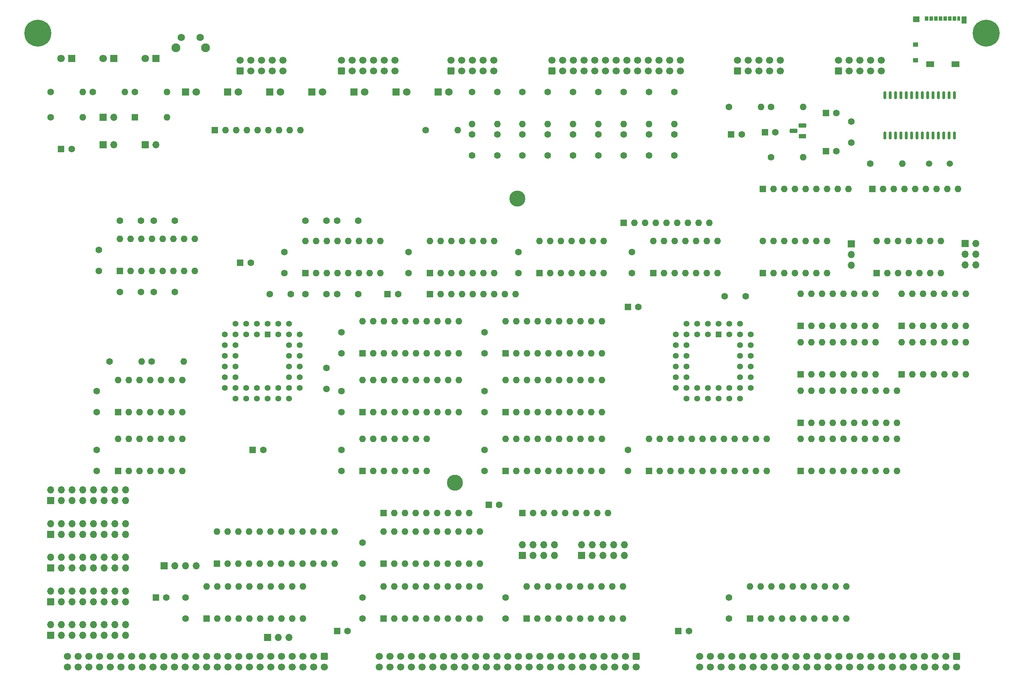
<source format=gbr>
%TF.GenerationSoftware,KiCad,Pcbnew,(6.0.11)*%
%TF.CreationDate,2023-09-02T05:53:18-04:00*%
%TF.ProjectId,input-output.Multi,696e7075-742d-46f7-9574-7075742e4d75,rev?*%
%TF.SameCoordinates,Original*%
%TF.FileFunction,Soldermask,Top*%
%TF.FilePolarity,Negative*%
%FSLAX46Y46*%
G04 Gerber Fmt 4.6, Leading zero omitted, Abs format (unit mm)*
G04 Created by KiCad (PCBNEW (6.0.11)) date 2023-09-02 05:53:18*
%MOMM*%
%LPD*%
G01*
G04 APERTURE LIST*
G04 Aperture macros list*
%AMRoundRect*
0 Rectangle with rounded corners*
0 $1 Rounding radius*
0 $2 $3 $4 $5 $6 $7 $8 $9 X,Y pos of 4 corners*
0 Add a 4 corners polygon primitive as box body*
4,1,4,$2,$3,$4,$5,$6,$7,$8,$9,$2,$3,0*
0 Add four circle primitives for the rounded corners*
1,1,$1+$1,$2,$3*
1,1,$1+$1,$4,$5*
1,1,$1+$1,$6,$7*
1,1,$1+$1,$8,$9*
0 Add four rect primitives between the rounded corners*
20,1,$1+$1,$2,$3,$4,$5,0*
20,1,$1+$1,$4,$5,$6,$7,0*
20,1,$1+$1,$6,$7,$8,$9,0*
20,1,$1+$1,$8,$9,$2,$3,0*%
G04 Aperture macros list end*
%ADD10R,1.600000X1.600000*%
%ADD11C,1.600000*%
%ADD12O,1.600000X1.600000*%
%ADD13R,1.800000X1.800000*%
%ADD14C,1.800000*%
%ADD15C,6.400000*%
%ADD16R,1.700000X1.700000*%
%ADD17O,1.700000X1.700000*%
%ADD18RoundRect,0.250000X0.600000X-0.600000X0.600000X0.600000X-0.600000X0.600000X-0.600000X-0.600000X0*%
%ADD19C,1.700000*%
%ADD20R,1.422400X1.422400*%
%ADD21C,1.422400*%
%ADD22RoundRect,0.150000X0.150000X-0.750000X0.150000X0.750000X-0.150000X0.750000X-0.150000X-0.750000X0*%
%ADD23R,1.800000X1.100000*%
%ADD24RoundRect,0.275000X0.625000X-0.275000X0.625000X0.275000X-0.625000X0.275000X-0.625000X-0.275000X0*%
%ADD25C,2.100000*%
%ADD26C,1.750000*%
%ADD27RoundRect,0.250000X-0.600000X0.600000X-0.600000X-0.600000X0.600000X-0.600000X0.600000X0.600000X0*%
%ADD28R,0.850000X1.100000*%
%ADD29R,0.750000X1.100000*%
%ADD30R,1.200000X1.000000*%
%ADD31R,1.170000X1.800000*%
%ADD32R,1.900000X1.350000*%
%ADD33R,1.550000X1.350000*%
%ADD34C,1.500000*%
%ADD35C,3.800000*%
G04 APERTURE END LIST*
D10*
%TO.C,C1*%
X45500000Y-102500000D03*
D11*
X48000000Y-102500000D03*
%TD*%
D10*
%TO.C,C21*%
X204500000Y-99000000D03*
D11*
X207000000Y-99000000D03*
%TD*%
D10*
%TO.C,C22*%
X212500000Y-98500000D03*
D11*
X215000000Y-98500000D03*
%TD*%
%TO.C,C23*%
X154000000Y-127000000D03*
X154000000Y-132000000D03*
%TD*%
%TO.C,C24*%
X233000000Y-96000000D03*
X233000000Y-101000000D03*
%TD*%
%TO.C,C25*%
X54000000Y-160000000D03*
X54000000Y-165000000D03*
%TD*%
%TO.C,C26*%
X128000000Y-127000000D03*
X128000000Y-132000000D03*
%TD*%
%TO.C,C27*%
X180000000Y-174000000D03*
X180000000Y-179000000D03*
%TD*%
%TO.C,C28*%
X112000000Y-160000000D03*
X112000000Y-165000000D03*
%TD*%
%TO.C,C29*%
X112000000Y-146000000D03*
X112000000Y-151000000D03*
%TD*%
%TO.C,C30*%
X112000000Y-174000000D03*
X112000000Y-179000000D03*
%TD*%
%TO.C,C32*%
X204000000Y-209000000D03*
X204000000Y-214000000D03*
%TD*%
%TO.C,C33*%
X151000000Y-209000000D03*
X151000000Y-214000000D03*
%TD*%
D10*
%TO.C,C34*%
X180000000Y-140000000D03*
D11*
X182500000Y-140000000D03*
%TD*%
D10*
%TO.C,C35*%
X68000000Y-209000000D03*
D11*
X70500000Y-209000000D03*
%TD*%
D10*
%TO.C,C45*%
X123000000Y-137000000D03*
D11*
X125500000Y-137000000D03*
%TD*%
%TO.C,C46*%
X117000000Y-209000000D03*
X117000000Y-214000000D03*
%TD*%
%TO.C,C47*%
X181000000Y-127000000D03*
X181000000Y-132000000D03*
%TD*%
%TO.C,C48*%
X54000000Y-174000000D03*
X54000000Y-179000000D03*
%TD*%
%TO.C,C49*%
X108500000Y-154500000D03*
X108500000Y-159500000D03*
%TD*%
%TO.C,C53*%
X95000000Y-137000000D03*
X100000000Y-137000000D03*
%TD*%
D10*
%TO.C,C54*%
X111000000Y-217000000D03*
D11*
X113500000Y-217000000D03*
%TD*%
D10*
%TO.C,C55*%
X91000000Y-174000000D03*
D11*
X93500000Y-174000000D03*
%TD*%
%TO.C,C56*%
X117000000Y-196000000D03*
X117000000Y-201000000D03*
%TD*%
%TO.C,C57*%
X146000000Y-146000000D03*
X146000000Y-151000000D03*
%TD*%
D10*
%TO.C,C65*%
X147000000Y-187000000D03*
D11*
X149500000Y-187000000D03*
%TD*%
D10*
%TO.C,C66*%
X88000000Y-129500000D03*
D11*
X90500000Y-129500000D03*
%TD*%
D10*
%TO.C,C72*%
X227000000Y-94000000D03*
D11*
X229500000Y-94000000D03*
%TD*%
D10*
%TO.C,C73*%
X227000000Y-103000000D03*
D11*
X229500000Y-103000000D03*
%TD*%
D10*
%TO.C,D1*%
X63000000Y-95000000D03*
D12*
X70620000Y-95000000D03*
%TD*%
D13*
%TO.C,D10*%
X135000000Y-89000000D03*
D14*
X137540000Y-89000000D03*
%TD*%
D15*
%TO.C,H2*%
X265000000Y-75000000D03*
%TD*%
D16*
%TO.C,J3*%
X65500000Y-101500000D03*
D17*
X68040000Y-101500000D03*
%TD*%
D18*
%TO.C,J6*%
X112000000Y-84000000D03*
D19*
X112000000Y-81460000D03*
X114540000Y-84000000D03*
X114540000Y-81460000D03*
X117080000Y-84000000D03*
X117080000Y-81460000D03*
X119620000Y-84000000D03*
X119620000Y-81460000D03*
X122160000Y-84000000D03*
X122160000Y-81460000D03*
X124700000Y-84000000D03*
X124700000Y-81460000D03*
%TD*%
D16*
%TO.C,J11*%
X260000000Y-124920000D03*
D17*
X262540000Y-124920000D03*
X260000000Y-127460000D03*
X262540000Y-127460000D03*
X260000000Y-130000000D03*
X262540000Y-130000000D03*
%TD*%
D16*
%TO.C,JP1*%
X55500000Y-95000000D03*
D17*
X58040000Y-95000000D03*
%TD*%
D18*
%TO.C,P4*%
X88000000Y-84000000D03*
D19*
X88000000Y-81460000D03*
X90540000Y-84000000D03*
X90540000Y-81460000D03*
X93080000Y-84000000D03*
X93080000Y-81460000D03*
X95620000Y-84000000D03*
X95620000Y-81460000D03*
X98160000Y-84000000D03*
X98160000Y-81460000D03*
%TD*%
D18*
%TO.C,P5*%
X138000000Y-84000000D03*
D19*
X138000000Y-81460000D03*
X140540000Y-84000000D03*
X140540000Y-81460000D03*
X143080000Y-84000000D03*
X143080000Y-81460000D03*
X145620000Y-84000000D03*
X145620000Y-81460000D03*
X148160000Y-84000000D03*
X148160000Y-81460000D03*
%TD*%
D11*
%TO.C,R2*%
X43000000Y-95000000D03*
D12*
X50620000Y-95000000D03*
%TD*%
D11*
%TO.C,R5*%
X53000000Y-89000000D03*
D12*
X60620000Y-89000000D03*
%TD*%
D11*
%TO.C,R8*%
X63000000Y-89000000D03*
D12*
X70620000Y-89000000D03*
%TD*%
D11*
%TO.C,R9*%
X57000000Y-153000000D03*
D12*
X64620000Y-153000000D03*
%TD*%
D11*
%TO.C,R12*%
X67000000Y-153000000D03*
D12*
X74620000Y-153000000D03*
%TD*%
D11*
%TO.C,R26*%
X191000000Y-89000000D03*
D12*
X191000000Y-96620000D03*
%TD*%
D11*
%TO.C,R31*%
X204000000Y-92500000D03*
D12*
X211620000Y-92500000D03*
%TD*%
D11*
%TO.C,R32*%
X214000000Y-92500000D03*
D12*
X221620000Y-92500000D03*
%TD*%
D11*
%TO.C,R33*%
X214000000Y-104500000D03*
D12*
X221620000Y-104500000D03*
%TD*%
D11*
%TO.C,R35*%
X132000000Y-98000000D03*
D12*
X139620000Y-98000000D03*
%TD*%
D11*
%TO.C,R36*%
X237500000Y-106000000D03*
D12*
X245120000Y-106000000D03*
%TD*%
D10*
%TO.C,RN1*%
X212000000Y-112000000D03*
D12*
X214540000Y-112000000D03*
X217080000Y-112000000D03*
X219620000Y-112000000D03*
X222160000Y-112000000D03*
X224700000Y-112000000D03*
X227240000Y-112000000D03*
X229780000Y-112000000D03*
X232320000Y-112000000D03*
%TD*%
D10*
%TO.C,RN2*%
X212000000Y-132000000D03*
D12*
X214540000Y-132000000D03*
X217080000Y-132000000D03*
X219620000Y-132000000D03*
X222160000Y-132000000D03*
X224700000Y-132000000D03*
X227240000Y-132000000D03*
X227240000Y-124380000D03*
X224700000Y-124380000D03*
X222160000Y-124380000D03*
X219620000Y-124380000D03*
X217080000Y-124380000D03*
X214540000Y-124380000D03*
X212000000Y-124380000D03*
%TD*%
D10*
%TO.C,RN3*%
X239000000Y-132000000D03*
D12*
X241540000Y-132000000D03*
X244080000Y-132000000D03*
X246620000Y-132000000D03*
X249160000Y-132000000D03*
X251700000Y-132000000D03*
X254240000Y-132000000D03*
X254240000Y-124380000D03*
X251700000Y-124380000D03*
X249160000Y-124380000D03*
X246620000Y-124380000D03*
X244080000Y-124380000D03*
X241540000Y-124380000D03*
X239000000Y-124380000D03*
%TD*%
D10*
%TO.C,RN4*%
X238000000Y-112000000D03*
D12*
X240540000Y-112000000D03*
X243080000Y-112000000D03*
X245620000Y-112000000D03*
X248160000Y-112000000D03*
X250700000Y-112000000D03*
X253240000Y-112000000D03*
X255780000Y-112000000D03*
X258320000Y-112000000D03*
%TD*%
D10*
%TO.C,RN8*%
X179000000Y-120000000D03*
D12*
X181540000Y-120000000D03*
X184080000Y-120000000D03*
X186620000Y-120000000D03*
X189160000Y-120000000D03*
X191700000Y-120000000D03*
X194240000Y-120000000D03*
X196780000Y-120000000D03*
X199320000Y-120000000D03*
%TD*%
D16*
%TO.C,SW2*%
X155000000Y-199000000D03*
D17*
X155000000Y-196460000D03*
X157540000Y-199000000D03*
X157540000Y-196460000D03*
X160080000Y-199000000D03*
X160080000Y-196460000D03*
X162620000Y-199000000D03*
X162620000Y-196460000D03*
%TD*%
D10*
%TO.C,U2*%
X122000000Y-201000000D03*
D12*
X124540000Y-201000000D03*
X127080000Y-201000000D03*
X129620000Y-201000000D03*
X132160000Y-201000000D03*
X134700000Y-201000000D03*
X137240000Y-201000000D03*
X139780000Y-201000000D03*
X142320000Y-201000000D03*
X144860000Y-201000000D03*
X144860000Y-193380000D03*
X142320000Y-193380000D03*
X139780000Y-193380000D03*
X137240000Y-193380000D03*
X134700000Y-193380000D03*
X132160000Y-193380000D03*
X129620000Y-193380000D03*
X127080000Y-193380000D03*
X124540000Y-193380000D03*
X122000000Y-193380000D03*
%TD*%
D10*
%TO.C,U3*%
X122000000Y-214000000D03*
D12*
X124540000Y-214000000D03*
X127080000Y-214000000D03*
X129620000Y-214000000D03*
X132160000Y-214000000D03*
X134700000Y-214000000D03*
X137240000Y-214000000D03*
X139780000Y-214000000D03*
X142320000Y-214000000D03*
X144860000Y-214000000D03*
X144860000Y-206380000D03*
X142320000Y-206380000D03*
X139780000Y-206380000D03*
X137240000Y-206380000D03*
X134700000Y-206380000D03*
X132160000Y-206380000D03*
X129620000Y-206380000D03*
X127080000Y-206380000D03*
X124540000Y-206380000D03*
X122000000Y-206380000D03*
%TD*%
D20*
%TO.C,U4*%
X94500000Y-146500000D03*
D21*
X91960000Y-143960000D03*
X91960000Y-146500000D03*
X89420000Y-143960000D03*
X89420000Y-146500000D03*
X86880000Y-143960000D03*
X84340000Y-146500000D03*
X86880000Y-146500000D03*
X84340000Y-149040000D03*
X86880000Y-149040000D03*
X84340000Y-151580000D03*
X86880000Y-151580000D03*
X84340000Y-154120000D03*
X86880000Y-154120000D03*
X84340000Y-156660000D03*
X86880000Y-156660000D03*
X84340000Y-159200000D03*
X86880000Y-161740000D03*
X86880000Y-159200000D03*
X89420000Y-161740000D03*
X89420000Y-159200000D03*
X91960000Y-161740000D03*
X91960000Y-159200000D03*
X94500000Y-161740000D03*
X94500000Y-159200000D03*
X97040000Y-161740000D03*
X97040000Y-159200000D03*
X99580000Y-161740000D03*
X102120000Y-159200000D03*
X99580000Y-159200000D03*
X102120000Y-156660000D03*
X99580000Y-156660000D03*
X102120000Y-154120000D03*
X99580000Y-154120000D03*
X102120000Y-151580000D03*
X99580000Y-151580000D03*
X102120000Y-149040000D03*
X99580000Y-149040000D03*
X102120000Y-146500000D03*
X99580000Y-143960000D03*
X99580000Y-146500000D03*
X97040000Y-143960000D03*
X97040000Y-146500000D03*
X94500000Y-143960000D03*
%TD*%
D10*
%TO.C,U5*%
X209000000Y-214000000D03*
D12*
X211540000Y-214000000D03*
X214080000Y-214000000D03*
X216620000Y-214000000D03*
X219160000Y-214000000D03*
X221700000Y-214000000D03*
X224240000Y-214000000D03*
X226780000Y-214000000D03*
X229320000Y-214000000D03*
X231860000Y-214000000D03*
X231860000Y-206380000D03*
X229320000Y-206380000D03*
X226780000Y-206380000D03*
X224240000Y-206380000D03*
X221700000Y-206380000D03*
X219160000Y-206380000D03*
X216620000Y-206380000D03*
X214080000Y-206380000D03*
X211540000Y-206380000D03*
X209000000Y-206380000D03*
%TD*%
D10*
%TO.C,U6*%
X117000000Y-179000000D03*
D12*
X119540000Y-179000000D03*
X122080000Y-179000000D03*
X124620000Y-179000000D03*
X127160000Y-179000000D03*
X129700000Y-179000000D03*
X132240000Y-179000000D03*
X132240000Y-171380000D03*
X129700000Y-171380000D03*
X127160000Y-171380000D03*
X124620000Y-171380000D03*
X122080000Y-171380000D03*
X119540000Y-171380000D03*
X117000000Y-171380000D03*
%TD*%
D10*
%TO.C,U7*%
X80000000Y-214000000D03*
D12*
X82540000Y-214000000D03*
X85080000Y-214000000D03*
X87620000Y-214000000D03*
X90160000Y-214000000D03*
X92700000Y-214000000D03*
X95240000Y-214000000D03*
X97780000Y-214000000D03*
X100320000Y-214000000D03*
X102860000Y-214000000D03*
X102860000Y-206380000D03*
X100320000Y-206380000D03*
X97780000Y-206380000D03*
X95240000Y-206380000D03*
X92700000Y-206380000D03*
X90160000Y-206380000D03*
X87620000Y-206380000D03*
X85080000Y-206380000D03*
X82540000Y-206380000D03*
X80000000Y-206380000D03*
%TD*%
D10*
%TO.C,U10*%
X59000000Y-179000000D03*
D12*
X61540000Y-179000000D03*
X64080000Y-179000000D03*
X66620000Y-179000000D03*
X69160000Y-179000000D03*
X71700000Y-179000000D03*
X74240000Y-179000000D03*
X74240000Y-171380000D03*
X71700000Y-171380000D03*
X69160000Y-171380000D03*
X66620000Y-171380000D03*
X64080000Y-171380000D03*
X61540000Y-171380000D03*
X59000000Y-171380000D03*
%TD*%
D10*
%TO.C,U16*%
X159000000Y-132000000D03*
D12*
X161540000Y-132000000D03*
X164080000Y-132000000D03*
X166620000Y-132000000D03*
X169160000Y-132000000D03*
X171700000Y-132000000D03*
X174240000Y-132000000D03*
X174240000Y-124380000D03*
X171700000Y-124380000D03*
X169160000Y-124380000D03*
X166620000Y-124380000D03*
X164080000Y-124380000D03*
X161540000Y-124380000D03*
X159000000Y-124380000D03*
%TD*%
D10*
%TO.C,U19*%
X133000000Y-132000000D03*
D12*
X135540000Y-132000000D03*
X138080000Y-132000000D03*
X140620000Y-132000000D03*
X143160000Y-132000000D03*
X145700000Y-132000000D03*
X148240000Y-132000000D03*
X148240000Y-124380000D03*
X145700000Y-124380000D03*
X143160000Y-124380000D03*
X140620000Y-124380000D03*
X138080000Y-124380000D03*
X135540000Y-124380000D03*
X133000000Y-124380000D03*
%TD*%
D10*
%TO.C,U21*%
X151000000Y-165000000D03*
D12*
X153540000Y-165000000D03*
X156080000Y-165000000D03*
X158620000Y-165000000D03*
X161160000Y-165000000D03*
X163700000Y-165000000D03*
X166240000Y-165000000D03*
X168780000Y-165000000D03*
X171320000Y-165000000D03*
X173860000Y-165000000D03*
X173860000Y-157380000D03*
X171320000Y-157380000D03*
X168780000Y-157380000D03*
X166240000Y-157380000D03*
X163700000Y-157380000D03*
X161160000Y-157380000D03*
X158620000Y-157380000D03*
X156080000Y-157380000D03*
X153540000Y-157380000D03*
X151000000Y-157380000D03*
%TD*%
D10*
%TO.C,U25*%
X186000000Y-132000000D03*
D12*
X188540000Y-132000000D03*
X191080000Y-132000000D03*
X193620000Y-132000000D03*
X196160000Y-132000000D03*
X198700000Y-132000000D03*
X201240000Y-132000000D03*
X201240000Y-124380000D03*
X198700000Y-124380000D03*
X196160000Y-124380000D03*
X193620000Y-124380000D03*
X191080000Y-124380000D03*
X188540000Y-124380000D03*
X186000000Y-124380000D03*
%TD*%
D20*
%TO.C,U26*%
X201500000Y-146500000D03*
D21*
X198960000Y-143960000D03*
X198960000Y-146500000D03*
X196420000Y-143960000D03*
X196420000Y-146500000D03*
X193880000Y-143960000D03*
X191340000Y-146500000D03*
X193880000Y-146500000D03*
X191340000Y-149040000D03*
X193880000Y-149040000D03*
X191340000Y-151580000D03*
X193880000Y-151580000D03*
X191340000Y-154120000D03*
X193880000Y-154120000D03*
X191340000Y-156660000D03*
X193880000Y-156660000D03*
X191340000Y-159200000D03*
X193880000Y-161740000D03*
X193880000Y-159200000D03*
X196420000Y-161740000D03*
X196420000Y-159200000D03*
X198960000Y-161740000D03*
X198960000Y-159200000D03*
X201500000Y-161740000D03*
X201500000Y-159200000D03*
X204040000Y-161740000D03*
X204040000Y-159200000D03*
X206580000Y-161740000D03*
X209120000Y-159200000D03*
X206580000Y-159200000D03*
X209120000Y-156660000D03*
X206580000Y-156660000D03*
X209120000Y-154120000D03*
X206580000Y-154120000D03*
X209120000Y-151580000D03*
X206580000Y-151580000D03*
X209120000Y-149040000D03*
X206580000Y-149040000D03*
X209120000Y-146500000D03*
X206580000Y-143960000D03*
X206580000Y-146500000D03*
X204040000Y-143960000D03*
X204040000Y-146500000D03*
X201500000Y-143960000D03*
%TD*%
D22*
%TO.C,U27*%
X240995000Y-99300000D03*
X242265000Y-99300000D03*
X243535000Y-99300000D03*
X244805000Y-99300000D03*
X246075000Y-99300000D03*
X247345000Y-99300000D03*
X248615000Y-99300000D03*
X249885000Y-99300000D03*
X251155000Y-99300000D03*
X252425000Y-99300000D03*
X253695000Y-99300000D03*
X254965000Y-99300000D03*
X256235000Y-99300000D03*
X257505000Y-99300000D03*
X257505000Y-89700000D03*
X256235000Y-89700000D03*
X254965000Y-89700000D03*
X253695000Y-89700000D03*
X252425000Y-89700000D03*
X251155000Y-89700000D03*
X249885000Y-89700000D03*
X248615000Y-89700000D03*
X247345000Y-89700000D03*
X246075000Y-89700000D03*
X244805000Y-89700000D03*
X243535000Y-89700000D03*
X242265000Y-89700000D03*
X240995000Y-89700000D03*
%TD*%
D23*
%TO.C,U32*%
X221400000Y-99500000D03*
D24*
X219330000Y-98230000D03*
X221400000Y-96960000D03*
%TD*%
D16*
%TO.C,J1*%
X43000000Y-194000000D03*
D17*
X43000000Y-191460000D03*
X45540000Y-194000000D03*
X45540000Y-191460000D03*
X48080000Y-194000000D03*
X48080000Y-191460000D03*
X50620000Y-194000000D03*
X50620000Y-191460000D03*
X53160000Y-194000000D03*
X53160000Y-191460000D03*
X55700000Y-194000000D03*
X55700000Y-191460000D03*
X58240000Y-194000000D03*
X58240000Y-191460000D03*
X60780000Y-194000000D03*
X60780000Y-191460000D03*
%TD*%
D16*
%TO.C,J5*%
X43000000Y-210000000D03*
D17*
X43000000Y-207460000D03*
X45540000Y-210000000D03*
X45540000Y-207460000D03*
X48080000Y-210000000D03*
X48080000Y-207460000D03*
X50620000Y-210000000D03*
X50620000Y-207460000D03*
X53160000Y-210000000D03*
X53160000Y-207460000D03*
X55700000Y-210000000D03*
X55700000Y-207460000D03*
X58240000Y-210000000D03*
X58240000Y-207460000D03*
X60780000Y-210000000D03*
X60780000Y-207460000D03*
%TD*%
D16*
%TO.C,J12*%
X43000000Y-218000000D03*
D17*
X43000000Y-215460000D03*
X45540000Y-218000000D03*
X45540000Y-215460000D03*
X48080000Y-218000000D03*
X48080000Y-215460000D03*
X50620000Y-218000000D03*
X50620000Y-215460000D03*
X53160000Y-218000000D03*
X53160000Y-215460000D03*
X55700000Y-218000000D03*
X55700000Y-215460000D03*
X58240000Y-218000000D03*
X58240000Y-215460000D03*
X60780000Y-218000000D03*
X60780000Y-215460000D03*
%TD*%
D10*
%TO.C,U1*%
X59000000Y-165000000D03*
D12*
X61540000Y-165000000D03*
X64080000Y-165000000D03*
X66620000Y-165000000D03*
X69160000Y-165000000D03*
X71700000Y-165000000D03*
X74240000Y-165000000D03*
X74240000Y-157380000D03*
X71700000Y-157380000D03*
X69160000Y-157380000D03*
X66620000Y-157380000D03*
X64080000Y-157380000D03*
X61540000Y-157380000D03*
X59000000Y-157380000D03*
%TD*%
D11*
%TO.C,R20*%
X167000000Y-89000000D03*
D12*
X167000000Y-96620000D03*
%TD*%
D11*
%TO.C,C18*%
X185000000Y-99000000D03*
X185000000Y-104000000D03*
%TD*%
D18*
%TO.C,J14*%
X206000000Y-84000000D03*
D19*
X206000000Y-81460000D03*
X208540000Y-84000000D03*
X208540000Y-81460000D03*
X211080000Y-84000000D03*
X211080000Y-81460000D03*
X213620000Y-84000000D03*
X213620000Y-81460000D03*
X216160000Y-84000000D03*
X216160000Y-81460000D03*
%TD*%
D18*
%TO.C,J15*%
X230000000Y-84000000D03*
D19*
X230000000Y-81460000D03*
X232540000Y-84000000D03*
X232540000Y-81460000D03*
X235080000Y-84000000D03*
X235080000Y-81460000D03*
X237620000Y-84000000D03*
X237620000Y-81460000D03*
X240160000Y-84000000D03*
X240160000Y-81460000D03*
%TD*%
D16*
%TO.C,J2*%
X43000000Y-202000000D03*
D17*
X43000000Y-199460000D03*
X45540000Y-202000000D03*
X45540000Y-199460000D03*
X48080000Y-202000000D03*
X48080000Y-199460000D03*
X50620000Y-202000000D03*
X50620000Y-199460000D03*
X53160000Y-202000000D03*
X53160000Y-199460000D03*
X55700000Y-202000000D03*
X55700000Y-199460000D03*
X58240000Y-202000000D03*
X58240000Y-199460000D03*
X60780000Y-202000000D03*
X60780000Y-199460000D03*
%TD*%
D11*
%TO.C,C12*%
X149000000Y-99000000D03*
X149000000Y-104000000D03*
%TD*%
%TO.C,C13*%
X155000000Y-99000000D03*
X155000000Y-104000000D03*
%TD*%
%TO.C,C14*%
X161000000Y-99000000D03*
X161000000Y-104000000D03*
%TD*%
%TO.C,C15*%
X167000000Y-99000000D03*
X167000000Y-104000000D03*
%TD*%
%TO.C,C16*%
X173000000Y-99000000D03*
X173000000Y-104000000D03*
%TD*%
%TO.C,C17*%
X179000000Y-99000000D03*
X179000000Y-104000000D03*
%TD*%
%TO.C,C19*%
X191000000Y-99000000D03*
X191000000Y-104000000D03*
%TD*%
%TO.C,C20*%
X143000000Y-99000000D03*
X143000000Y-104000000D03*
%TD*%
%TO.C,C9*%
X98500000Y-127000000D03*
X98500000Y-132000000D03*
%TD*%
D18*
%TO.C,P6*%
X162000000Y-84000000D03*
D19*
X162000000Y-81460000D03*
X164540000Y-84000000D03*
X164540000Y-81460000D03*
X167080000Y-84000000D03*
X167080000Y-81460000D03*
X169620000Y-84000000D03*
X169620000Y-81460000D03*
X172160000Y-84000000D03*
X172160000Y-81460000D03*
X174700000Y-84000000D03*
X174700000Y-81460000D03*
X177240000Y-84000000D03*
X177240000Y-81460000D03*
X179780000Y-84000000D03*
X179780000Y-81460000D03*
X182320000Y-84000000D03*
X182320000Y-81460000D03*
X184860000Y-84000000D03*
X184860000Y-81460000D03*
X187400000Y-84000000D03*
X187400000Y-81460000D03*
X189940000Y-84000000D03*
X189940000Y-81460000D03*
X192480000Y-84000000D03*
X192480000Y-81460000D03*
%TD*%
D11*
%TO.C,R17*%
X149000000Y-89000000D03*
D12*
X149000000Y-96620000D03*
%TD*%
D11*
%TO.C,R18*%
X155000000Y-89000000D03*
D12*
X155000000Y-96620000D03*
%TD*%
D11*
%TO.C,R19*%
X161000000Y-89000000D03*
D12*
X161000000Y-96620000D03*
%TD*%
D11*
%TO.C,R23*%
X173000000Y-89000000D03*
D12*
X173000000Y-96620000D03*
%TD*%
D11*
%TO.C,R24*%
X179000000Y-89000000D03*
D12*
X179000000Y-96620000D03*
%TD*%
D11*
%TO.C,R25*%
X185000000Y-89000000D03*
D12*
X185000000Y-96620000D03*
%TD*%
D11*
%TO.C,R28*%
X143000000Y-89000000D03*
D12*
X143000000Y-96620000D03*
%TD*%
D10*
%TO.C,RN7*%
X133000000Y-137000000D03*
D12*
X135540000Y-137000000D03*
X138080000Y-137000000D03*
X140620000Y-137000000D03*
X143160000Y-137000000D03*
X145700000Y-137000000D03*
X148240000Y-137000000D03*
X150780000Y-137000000D03*
X153320000Y-137000000D03*
%TD*%
D10*
%TO.C,U12*%
X156000000Y-214000000D03*
D12*
X158540000Y-214000000D03*
X161080000Y-214000000D03*
X163620000Y-214000000D03*
X166160000Y-214000000D03*
X168700000Y-214000000D03*
X171240000Y-214000000D03*
X173780000Y-214000000D03*
X176320000Y-214000000D03*
X178860000Y-214000000D03*
X178860000Y-206380000D03*
X176320000Y-206380000D03*
X173780000Y-206380000D03*
X171240000Y-206380000D03*
X168700000Y-206380000D03*
X166160000Y-206380000D03*
X163620000Y-206380000D03*
X161080000Y-206380000D03*
X158540000Y-206380000D03*
X156000000Y-206380000D03*
%TD*%
D10*
%TO.C,U18*%
X117000000Y-151000000D03*
D12*
X119540000Y-151000000D03*
X122080000Y-151000000D03*
X124620000Y-151000000D03*
X127160000Y-151000000D03*
X129700000Y-151000000D03*
X132240000Y-151000000D03*
X134780000Y-151000000D03*
X137320000Y-151000000D03*
X139860000Y-151000000D03*
X139860000Y-143380000D03*
X137320000Y-143380000D03*
X134780000Y-143380000D03*
X132240000Y-143380000D03*
X129700000Y-143380000D03*
X127160000Y-143380000D03*
X124620000Y-143380000D03*
X122080000Y-143380000D03*
X119540000Y-143380000D03*
X117000000Y-143380000D03*
%TD*%
D10*
%TO.C,U20*%
X151000000Y-151000000D03*
D12*
X153540000Y-151000000D03*
X156080000Y-151000000D03*
X158620000Y-151000000D03*
X161160000Y-151000000D03*
X163700000Y-151000000D03*
X166240000Y-151000000D03*
X168780000Y-151000000D03*
X171320000Y-151000000D03*
X173860000Y-151000000D03*
X173860000Y-143380000D03*
X171320000Y-143380000D03*
X168780000Y-143380000D03*
X166240000Y-143380000D03*
X163700000Y-143380000D03*
X161160000Y-143380000D03*
X158620000Y-143380000D03*
X156080000Y-143380000D03*
X153540000Y-143380000D03*
X151000000Y-143380000D03*
%TD*%
D10*
%TO.C,U22*%
X117000000Y-165000000D03*
D12*
X119540000Y-165000000D03*
X122080000Y-165000000D03*
X124620000Y-165000000D03*
X127160000Y-165000000D03*
X129700000Y-165000000D03*
X132240000Y-165000000D03*
X134780000Y-165000000D03*
X137320000Y-165000000D03*
X139860000Y-165000000D03*
X139860000Y-157380000D03*
X137320000Y-157380000D03*
X134780000Y-157380000D03*
X132240000Y-157380000D03*
X129700000Y-157380000D03*
X127160000Y-157380000D03*
X124620000Y-157380000D03*
X122080000Y-157380000D03*
X119540000Y-157380000D03*
X117000000Y-157380000D03*
%TD*%
D10*
%TO.C,U23*%
X151000000Y-179000000D03*
D12*
X153540000Y-179000000D03*
X156080000Y-179000000D03*
X158620000Y-179000000D03*
X161160000Y-179000000D03*
X163700000Y-179000000D03*
X166240000Y-179000000D03*
X168780000Y-179000000D03*
X171320000Y-179000000D03*
X173860000Y-179000000D03*
X173860000Y-171380000D03*
X171320000Y-171380000D03*
X168780000Y-171380000D03*
X166240000Y-171380000D03*
X163700000Y-171380000D03*
X161160000Y-171380000D03*
X158620000Y-171380000D03*
X156080000Y-171380000D03*
X153540000Y-171380000D03*
X151000000Y-171380000D03*
%TD*%
D16*
%TO.C,J10*%
X233000000Y-125000000D03*
D17*
X233000000Y-127540000D03*
X233000000Y-130080000D03*
%TD*%
D11*
%TO.C,C51*%
X146000000Y-174000000D03*
X146000000Y-179000000D03*
%TD*%
%TO.C,C31*%
X75000000Y-209000000D03*
X75000000Y-214000000D03*
%TD*%
D16*
%TO.C,J13*%
X43000000Y-186000000D03*
D17*
X43000000Y-183460000D03*
X45540000Y-186000000D03*
X45540000Y-183460000D03*
X48080000Y-186000000D03*
X48080000Y-183460000D03*
X50620000Y-186000000D03*
X50620000Y-183460000D03*
X53160000Y-186000000D03*
X53160000Y-183460000D03*
X55700000Y-186000000D03*
X55700000Y-183460000D03*
X58240000Y-186000000D03*
X58240000Y-183460000D03*
X60780000Y-186000000D03*
X60780000Y-183460000D03*
%TD*%
D11*
%TO.C,C52*%
X203000000Y-137500000D03*
X208000000Y-137500000D03*
%TD*%
%TO.C,C2*%
X59500000Y-136500000D03*
X64500000Y-136500000D03*
%TD*%
%TO.C,C3*%
X67500000Y-136500000D03*
X72500000Y-136500000D03*
%TD*%
%TO.C,C4*%
X103500000Y-137000000D03*
X108500000Y-137000000D03*
%TD*%
%TO.C,C5*%
X111000000Y-137000000D03*
X116000000Y-137000000D03*
%TD*%
%TO.C,C6*%
X59500000Y-119500000D03*
X64500000Y-119500000D03*
%TD*%
%TO.C,C8*%
X103500000Y-119500000D03*
X108500000Y-119500000D03*
%TD*%
%TO.C,C10*%
X67500000Y-119500000D03*
X72500000Y-119500000D03*
%TD*%
%TO.C,C11*%
X111000000Y-119500000D03*
X116000000Y-119500000D03*
%TD*%
%TO.C,C50*%
X146000000Y-160000000D03*
X146000000Y-165000000D03*
%TD*%
D10*
%TO.C,U8*%
X59500000Y-131500000D03*
D12*
X62040000Y-131500000D03*
X64580000Y-131500000D03*
X67120000Y-131500000D03*
X69660000Y-131500000D03*
X72200000Y-131500000D03*
X74740000Y-131500000D03*
X77280000Y-131500000D03*
X77280000Y-123880000D03*
X74740000Y-123880000D03*
X72200000Y-123880000D03*
X69660000Y-123880000D03*
X67120000Y-123880000D03*
X64580000Y-123880000D03*
X62040000Y-123880000D03*
X59500000Y-123880000D03*
%TD*%
D10*
%TO.C,U9*%
X103500000Y-132000000D03*
D12*
X106040000Y-132000000D03*
X108580000Y-132000000D03*
X111120000Y-132000000D03*
X113660000Y-132000000D03*
X116200000Y-132000000D03*
X118740000Y-132000000D03*
X121280000Y-132000000D03*
X121280000Y-124380000D03*
X118740000Y-124380000D03*
X116200000Y-124380000D03*
X113660000Y-124380000D03*
X111120000Y-124380000D03*
X108580000Y-124380000D03*
X106040000Y-124380000D03*
X103500000Y-124380000D03*
%TD*%
D13*
%TO.C,D2*%
X58000000Y-81000000D03*
D14*
X55460000Y-81000000D03*
%TD*%
D15*
%TO.C,H1*%
X40000000Y-75000000D03*
%TD*%
D11*
%TO.C,R37*%
X43000000Y-89000000D03*
D12*
X50620000Y-89000000D03*
%TD*%
D25*
%TO.C,SW1*%
X79760000Y-78490000D03*
X72750000Y-78490000D03*
D26*
X74000000Y-76000000D03*
X78500000Y-76000000D03*
%TD*%
D13*
%TO.C,D9*%
X68000000Y-81000000D03*
D14*
X65460000Y-81000000D03*
%TD*%
D13*
%TO.C,D11*%
X48000000Y-81000000D03*
D14*
X45460000Y-81000000D03*
%TD*%
D13*
%TO.C,D5*%
X75000000Y-89000000D03*
D14*
X77540000Y-89000000D03*
%TD*%
D13*
%TO.C,D4*%
X85000000Y-89000000D03*
D14*
X87540000Y-89000000D03*
%TD*%
D13*
%TO.C,D3*%
X95000000Y-89000000D03*
D14*
X97540000Y-89000000D03*
%TD*%
D13*
%TO.C,D6*%
X105000000Y-89000000D03*
D14*
X107540000Y-89000000D03*
%TD*%
D13*
%TO.C,D8*%
X125000000Y-89000000D03*
D14*
X127540000Y-89000000D03*
%TD*%
D13*
%TO.C,D7*%
X115000000Y-89000000D03*
D14*
X117540000Y-89000000D03*
%TD*%
D10*
%TO.C,C44*%
X192000000Y-217000000D03*
D11*
X194500000Y-217000000D03*
%TD*%
D27*
%TO.C,P2*%
X182000000Y-223000000D03*
D19*
X182000000Y-225540000D03*
X179460000Y-223000000D03*
X179460000Y-225540000D03*
X176920000Y-223000000D03*
X176920000Y-225540000D03*
X174380000Y-223000000D03*
X174380000Y-225540000D03*
X171840000Y-223000000D03*
X171840000Y-225540000D03*
X169300000Y-223000000D03*
X169300000Y-225540000D03*
X166760000Y-223000000D03*
X166760000Y-225540000D03*
X164220000Y-223000000D03*
X164220000Y-225540000D03*
X161680000Y-223000000D03*
X161680000Y-225540000D03*
X159140000Y-223000000D03*
X159140000Y-225540000D03*
X156600000Y-223000000D03*
X156600000Y-225540000D03*
X154060000Y-223000000D03*
X154060000Y-225540000D03*
X151520000Y-223000000D03*
X151520000Y-225540000D03*
X148980000Y-223000000D03*
X148980000Y-225540000D03*
X146440000Y-223000000D03*
X146440000Y-225540000D03*
X143900000Y-223000000D03*
X143900000Y-225540000D03*
X141360000Y-223000000D03*
X141360000Y-225540000D03*
X138820000Y-223000000D03*
X138820000Y-225540000D03*
X136280000Y-223000000D03*
X136280000Y-225540000D03*
X133740000Y-223000000D03*
X133740000Y-225540000D03*
X131200000Y-223000000D03*
X131200000Y-225540000D03*
X128660000Y-223000000D03*
X128660000Y-225540000D03*
X126120000Y-223000000D03*
X126120000Y-225540000D03*
X123580000Y-223000000D03*
X123580000Y-225540000D03*
X121040000Y-223000000D03*
X121040000Y-225540000D03*
%TD*%
D27*
%TO.C,P3*%
X258000000Y-223000000D03*
D19*
X258000000Y-225540000D03*
X255460000Y-223000000D03*
X255460000Y-225540000D03*
X252920000Y-223000000D03*
X252920000Y-225540000D03*
X250380000Y-223000000D03*
X250380000Y-225540000D03*
X247840000Y-223000000D03*
X247840000Y-225540000D03*
X245300000Y-223000000D03*
X245300000Y-225540000D03*
X242760000Y-223000000D03*
X242760000Y-225540000D03*
X240220000Y-223000000D03*
X240220000Y-225540000D03*
X237680000Y-223000000D03*
X237680000Y-225540000D03*
X235140000Y-223000000D03*
X235140000Y-225540000D03*
X232600000Y-223000000D03*
X232600000Y-225540000D03*
X230060000Y-223000000D03*
X230060000Y-225540000D03*
X227520000Y-223000000D03*
X227520000Y-225540000D03*
X224980000Y-223000000D03*
X224980000Y-225540000D03*
X222440000Y-223000000D03*
X222440000Y-225540000D03*
X219900000Y-223000000D03*
X219900000Y-225540000D03*
X217360000Y-223000000D03*
X217360000Y-225540000D03*
X214820000Y-223000000D03*
X214820000Y-225540000D03*
X212280000Y-223000000D03*
X212280000Y-225540000D03*
X209740000Y-223000000D03*
X209740000Y-225540000D03*
X207200000Y-223000000D03*
X207200000Y-225540000D03*
X204660000Y-223000000D03*
X204660000Y-225540000D03*
X202120000Y-223000000D03*
X202120000Y-225540000D03*
X199580000Y-223000000D03*
X199580000Y-225540000D03*
X197040000Y-223000000D03*
X197040000Y-225540000D03*
%TD*%
D10*
%TO.C,U11*%
X185000000Y-179000000D03*
D12*
X187540000Y-179000000D03*
X190080000Y-179000000D03*
X192620000Y-179000000D03*
X195160000Y-179000000D03*
X197700000Y-179000000D03*
X200240000Y-179000000D03*
X202780000Y-179000000D03*
X205320000Y-179000000D03*
X207860000Y-179000000D03*
X210400000Y-179000000D03*
X212940000Y-179000000D03*
X212940000Y-171380000D03*
X210400000Y-171380000D03*
X207860000Y-171380000D03*
X205320000Y-171380000D03*
X202780000Y-171380000D03*
X200240000Y-171380000D03*
X197700000Y-171380000D03*
X195160000Y-171380000D03*
X192620000Y-171380000D03*
X190080000Y-171380000D03*
X187540000Y-171380000D03*
X185000000Y-171380000D03*
%TD*%
D27*
%TO.C,P1*%
X108000000Y-223000000D03*
D19*
X108000000Y-225540000D03*
X105460000Y-223000000D03*
X105460000Y-225540000D03*
X102920000Y-223000000D03*
X102920000Y-225540000D03*
X100380000Y-223000000D03*
X100380000Y-225540000D03*
X97840000Y-223000000D03*
X97840000Y-225540000D03*
X95300000Y-223000000D03*
X95300000Y-225540000D03*
X92760000Y-223000000D03*
X92760000Y-225540000D03*
X90220000Y-223000000D03*
X90220000Y-225540000D03*
X87680000Y-223000000D03*
X87680000Y-225540000D03*
X85140000Y-223000000D03*
X85140000Y-225540000D03*
X82600000Y-223000000D03*
X82600000Y-225540000D03*
X80060000Y-223000000D03*
X80060000Y-225540000D03*
X77520000Y-223000000D03*
X77520000Y-225540000D03*
X74980000Y-223000000D03*
X74980000Y-225540000D03*
X72440000Y-223000000D03*
X72440000Y-225540000D03*
X69900000Y-223000000D03*
X69900000Y-225540000D03*
X67360000Y-223000000D03*
X67360000Y-225540000D03*
X64820000Y-223000000D03*
X64820000Y-225540000D03*
X62280000Y-223000000D03*
X62280000Y-225540000D03*
X59740000Y-223000000D03*
X59740000Y-225540000D03*
X57200000Y-223000000D03*
X57200000Y-225540000D03*
X54660000Y-223000000D03*
X54660000Y-225540000D03*
X52120000Y-223000000D03*
X52120000Y-225540000D03*
X49580000Y-223000000D03*
X49580000Y-225540000D03*
X47040000Y-223000000D03*
X47040000Y-225540000D03*
%TD*%
D16*
%TO.C,SW3*%
X169000000Y-199000000D03*
D17*
X169000000Y-196460000D03*
X171540000Y-199000000D03*
X171540000Y-196460000D03*
X174080000Y-199000000D03*
X174080000Y-196460000D03*
X176620000Y-199000000D03*
X176620000Y-196460000D03*
X179160000Y-199000000D03*
X179160000Y-196460000D03*
%TD*%
D10*
%TO.C,RN6*%
X155000000Y-189000000D03*
D12*
X157540000Y-189000000D03*
X160080000Y-189000000D03*
X162620000Y-189000000D03*
X165160000Y-189000000D03*
X167700000Y-189000000D03*
X170240000Y-189000000D03*
X172780000Y-189000000D03*
X175320000Y-189000000D03*
%TD*%
D10*
%TO.C,RN5*%
X122000000Y-189000000D03*
D12*
X124540000Y-189000000D03*
X127080000Y-189000000D03*
X129620000Y-189000000D03*
X132160000Y-189000000D03*
X134700000Y-189000000D03*
X137240000Y-189000000D03*
X139780000Y-189000000D03*
X142320000Y-189000000D03*
%TD*%
D11*
%TO.C,C7*%
X54500000Y-126500000D03*
X54500000Y-131500000D03*
%TD*%
D16*
%TO.C,J4*%
X55500000Y-101500000D03*
D17*
X58040000Y-101500000D03*
%TD*%
D10*
%TO.C,J7*%
X221000000Y-156000000D03*
D12*
X223540000Y-156000000D03*
X226080000Y-156000000D03*
X228620000Y-156000000D03*
X231160000Y-156000000D03*
X233700000Y-156000000D03*
X236240000Y-156000000D03*
X238780000Y-156000000D03*
X238780000Y-148380000D03*
X236240000Y-148380000D03*
X233700000Y-148380000D03*
X231160000Y-148380000D03*
X228620000Y-148380000D03*
X226080000Y-148380000D03*
X223540000Y-148380000D03*
X221000000Y-148380000D03*
%TD*%
D10*
%TO.C,J9*%
X221000000Y-179000000D03*
D12*
X223540000Y-179000000D03*
X226080000Y-179000000D03*
X228620000Y-179000000D03*
X231160000Y-179000000D03*
X233700000Y-179000000D03*
X236240000Y-179000000D03*
X238780000Y-179000000D03*
X241320000Y-179000000D03*
X243860000Y-179000000D03*
X243860000Y-171380000D03*
X241320000Y-171380000D03*
X238780000Y-171380000D03*
X236240000Y-171380000D03*
X233700000Y-171380000D03*
X231160000Y-171380000D03*
X228620000Y-171380000D03*
X226080000Y-171380000D03*
X223540000Y-171380000D03*
X221000000Y-171380000D03*
%TD*%
D10*
%TO.C,J16*%
X245000000Y-156000000D03*
D12*
X247540000Y-156000000D03*
X250080000Y-156000000D03*
X252620000Y-156000000D03*
X255160000Y-156000000D03*
X257700000Y-156000000D03*
X260240000Y-156000000D03*
X260240000Y-148380000D03*
X257700000Y-148380000D03*
X255160000Y-148380000D03*
X252620000Y-148380000D03*
X250080000Y-148380000D03*
X247540000Y-148380000D03*
X245000000Y-148380000D03*
%TD*%
D10*
%TO.C,J17*%
X245000000Y-144500000D03*
D12*
X247540000Y-144500000D03*
X250080000Y-144500000D03*
X252620000Y-144500000D03*
X255160000Y-144500000D03*
X257700000Y-144500000D03*
X260240000Y-144500000D03*
X260240000Y-136880000D03*
X257700000Y-136880000D03*
X255160000Y-136880000D03*
X252620000Y-136880000D03*
X250080000Y-136880000D03*
X247540000Y-136880000D03*
X245000000Y-136880000D03*
%TD*%
D10*
%TO.C,J18*%
X221000000Y-144500000D03*
D12*
X223540000Y-144500000D03*
X226080000Y-144500000D03*
X228620000Y-144500000D03*
X231160000Y-144500000D03*
X233700000Y-144500000D03*
X236240000Y-144500000D03*
X238780000Y-144500000D03*
X238780000Y-136880000D03*
X236240000Y-136880000D03*
X233700000Y-136880000D03*
X231160000Y-136880000D03*
X228620000Y-136880000D03*
X226080000Y-136880000D03*
X223540000Y-136880000D03*
X221000000Y-136880000D03*
%TD*%
D10*
%TO.C,J19*%
X221000000Y-167500000D03*
D12*
X223540000Y-167500000D03*
X226080000Y-167500000D03*
X228620000Y-167500000D03*
X231160000Y-167500000D03*
X233700000Y-167500000D03*
X236240000Y-167500000D03*
X238780000Y-167500000D03*
X241320000Y-167500000D03*
X243860000Y-167500000D03*
X243860000Y-159880000D03*
X241320000Y-159880000D03*
X238780000Y-159880000D03*
X236240000Y-159880000D03*
X233700000Y-159880000D03*
X231160000Y-159880000D03*
X228620000Y-159880000D03*
X226080000Y-159880000D03*
X223540000Y-159880000D03*
X221000000Y-159880000D03*
%TD*%
D28*
%TO.C,J8*%
X250895000Y-71550000D03*
X251995000Y-71550000D03*
X253095000Y-71550000D03*
X254195000Y-71550000D03*
X255295000Y-71550000D03*
X256395000Y-71550000D03*
X257495000Y-71550000D03*
D29*
X258545000Y-71550000D03*
D30*
X248260000Y-77700000D03*
X248260000Y-81400000D03*
D31*
X259755000Y-71900000D03*
D32*
X251760000Y-82375000D03*
X257730000Y-82375000D03*
D33*
X248435000Y-71675000D03*
%TD*%
D10*
%TO.C,U13*%
X82500000Y-201000000D03*
D12*
X85040000Y-201000000D03*
X87580000Y-201000000D03*
X90120000Y-201000000D03*
X92660000Y-201000000D03*
X95200000Y-201000000D03*
X97740000Y-201000000D03*
X100280000Y-201000000D03*
X102820000Y-201000000D03*
X105360000Y-201000000D03*
X107900000Y-201000000D03*
X110440000Y-201000000D03*
X110440000Y-193380000D03*
X107900000Y-193380000D03*
X105360000Y-193380000D03*
X102820000Y-193380000D03*
X100280000Y-193380000D03*
X97740000Y-193380000D03*
X95200000Y-193380000D03*
X92660000Y-193380000D03*
X90120000Y-193380000D03*
X87580000Y-193380000D03*
X85040000Y-193380000D03*
X82500000Y-193380000D03*
%TD*%
D34*
%TO.C,Y1*%
X251500000Y-106000000D03*
X256380000Y-106000000D03*
%TD*%
D10*
%TO.C,RN9*%
X82000000Y-98000000D03*
D12*
X84540000Y-98000000D03*
X87080000Y-98000000D03*
X89620000Y-98000000D03*
X92160000Y-98000000D03*
X94700000Y-98000000D03*
X97240000Y-98000000D03*
X99780000Y-98000000D03*
X102320000Y-98000000D03*
%TD*%
D16*
%TO.C,P7*%
X70000000Y-201500000D03*
D17*
X72540000Y-201500000D03*
X75080000Y-201500000D03*
X77620000Y-201500000D03*
%TD*%
D35*
%TO.C,H4*%
X139000000Y-181750000D03*
%TD*%
D16*
%TO.C,J20*%
X94475000Y-218500000D03*
D17*
X97015000Y-218500000D03*
X99555000Y-218500000D03*
%TD*%
D35*
%TO.C,H3*%
X153750000Y-114250000D03*
%TD*%
M02*

</source>
